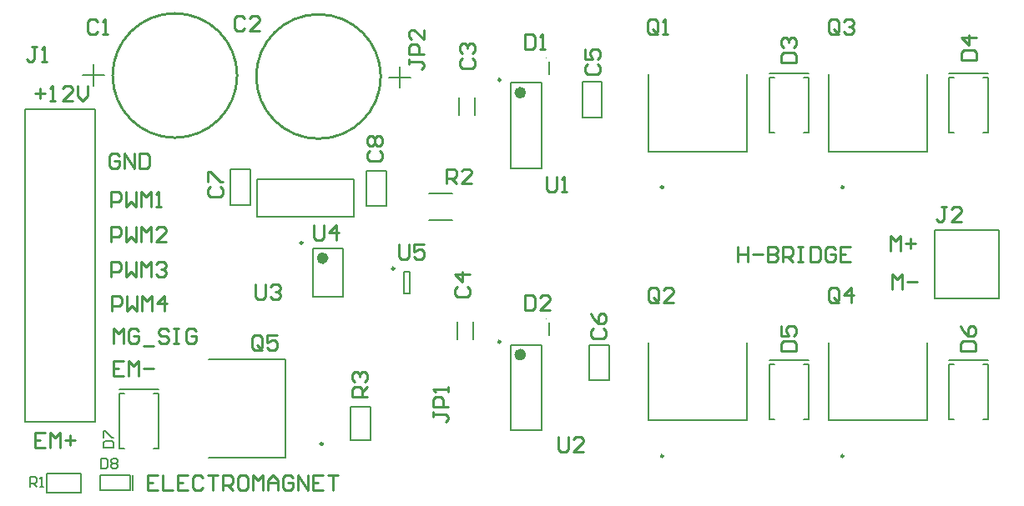
<source format=gto>
G04 Layer_Color=65535*
%FSLAX25Y25*%
%MOIN*%
G70*
G01*
G75*
%ADD26C,0.01000*%
%ADD33C,0.00984*%
%ADD34C,0.02362*%
%ADD35C,0.00394*%
%ADD36C,0.00787*%
D26*
X241148Y267717D02*
G03*
X241148Y267717I-24865J0D01*
G01*
X183778Y268110D02*
G03*
X183778Y268110I-24865J0D01*
G01*
X273742Y274865D02*
X272742Y273865D01*
Y271866D01*
X273742Y270866D01*
X277741D01*
X278740Y271866D01*
Y273865D01*
X277741Y274865D01*
X273742Y276864D02*
X272742Y277864D01*
Y279863D01*
X273742Y280863D01*
X274741D01*
X275741Y279863D01*
Y278864D01*
Y279863D01*
X276741Y280863D01*
X277741D01*
X278740Y279863D01*
Y277864D01*
X277741Y276864D01*
X262112Y133526D02*
Y131527D01*
Y132527D01*
X267111D01*
X268110Y131527D01*
Y130527D01*
X267111Y129528D01*
X268110Y135526D02*
X262112D01*
Y138525D01*
X263112Y139524D01*
X265111D01*
X266111Y138525D01*
Y135526D01*
X268110Y141524D02*
Y143523D01*
Y142523D01*
X262112D01*
X263112Y141524D01*
X445276Y182677D02*
Y188675D01*
X447275Y186676D01*
X449274Y188675D01*
Y182677D01*
X451274Y185676D02*
X455272D01*
X444882Y198031D02*
Y204030D01*
X446881Y202030D01*
X448881Y204030D01*
Y198031D01*
X450880Y201030D02*
X454879D01*
X452879Y203030D02*
Y199031D01*
X107148Y125289D02*
X103150D01*
Y119291D01*
X107148D01*
X103150Y122290D02*
X105149D01*
X109148Y119291D02*
Y125289D01*
X111147Y123290D01*
X113146Y125289D01*
Y119291D01*
X115146Y122290D02*
X119144D01*
X117145Y124290D02*
Y120291D01*
X138251Y154030D02*
X134252D01*
Y148031D01*
X138251D01*
X134252Y151031D02*
X136251D01*
X140250Y148031D02*
Y154030D01*
X142249Y152030D01*
X144249Y154030D01*
Y148031D01*
X146248Y151031D02*
X150247D01*
X134252Y161024D02*
Y167022D01*
X136251Y165022D01*
X138251Y167022D01*
Y161024D01*
X144249Y166022D02*
X143249Y167022D01*
X141250D01*
X140250Y166022D01*
Y162023D01*
X141250Y161024D01*
X143249D01*
X144249Y162023D01*
Y164023D01*
X142249D01*
X146248Y160024D02*
X150247D01*
X156245Y166022D02*
X155245Y167022D01*
X153246D01*
X152246Y166022D01*
Y165022D01*
X153246Y164023D01*
X155245D01*
X156245Y163023D01*
Y162023D01*
X155245Y161024D01*
X153246D01*
X152246Y162023D01*
X158244Y167022D02*
X160244D01*
X159244D01*
Y161024D01*
X158244D01*
X160244D01*
X167241Y166022D02*
X166242Y167022D01*
X164242D01*
X163243Y166022D01*
Y162023D01*
X164242Y161024D01*
X166242D01*
X167241Y162023D01*
Y164023D01*
X165242D01*
X103150Y260873D02*
X107148D01*
X105149Y262872D02*
Y258874D01*
X109148Y257874D02*
X111147D01*
X110147D01*
Y263872D01*
X109148Y262872D01*
X118145Y257874D02*
X114146D01*
X118145Y261873D01*
Y262872D01*
X117145Y263872D01*
X115146D01*
X114146Y262872D01*
X120144Y263872D02*
Y259873D01*
X122143Y257874D01*
X124143Y259873D01*
Y263872D01*
X136874Y235806D02*
X135874Y236806D01*
X133875D01*
X132876Y235806D01*
Y231807D01*
X133875Y230808D01*
X135874D01*
X136874Y231807D01*
Y233807D01*
X134875D01*
X138874Y230808D02*
Y236806D01*
X142872Y230808D01*
Y236806D01*
X144872D02*
Y230808D01*
X147871D01*
X148870Y231807D01*
Y235806D01*
X147871Y236806D01*
X144872D01*
X133465Y215748D02*
Y221746D01*
X136464D01*
X137463Y220746D01*
Y218747D01*
X136464Y217747D01*
X133465D01*
X139463Y221746D02*
Y215748D01*
X141462Y217747D01*
X143461Y215748D01*
Y221746D01*
X145461Y215748D02*
Y221746D01*
X147460Y219747D01*
X149459Y221746D01*
Y215748D01*
X151459D02*
X153458D01*
X152458D01*
Y221746D01*
X151459Y220746D01*
X133465Y201575D02*
Y207573D01*
X136464D01*
X137463Y206573D01*
Y204574D01*
X136464Y203574D01*
X133465D01*
X139463Y207573D02*
Y201575D01*
X141462Y203574D01*
X143461Y201575D01*
Y207573D01*
X145461Y201575D02*
Y207573D01*
X147460Y205574D01*
X149459Y207573D01*
Y201575D01*
X155457D02*
X151459D01*
X155457Y205574D01*
Y206573D01*
X154458Y207573D01*
X152458D01*
X151459Y206573D01*
X133465Y187795D02*
Y193793D01*
X136464D01*
X137463Y192794D01*
Y190794D01*
X136464Y189795D01*
X133465D01*
X139463Y193793D02*
Y187795D01*
X141462Y189795D01*
X143461Y187795D01*
Y193793D01*
X145461Y187795D02*
Y193793D01*
X147460Y191794D01*
X149459Y193793D01*
Y187795D01*
X151459Y192794D02*
X152458Y193793D01*
X154458D01*
X155457Y192794D01*
Y191794D01*
X154458Y190794D01*
X153458D01*
X154458D01*
X155457Y189795D01*
Y188795D01*
X154458Y187795D01*
X152458D01*
X151459Y188795D01*
X133858Y174016D02*
Y180014D01*
X136857D01*
X137857Y179014D01*
Y177015D01*
X136857Y176015D01*
X133858D01*
X139856Y180014D02*
Y174016D01*
X141856Y176015D01*
X143855Y174016D01*
Y180014D01*
X145854Y174016D02*
Y180014D01*
X147854Y178015D01*
X149853Y180014D01*
Y174016D01*
X154851D02*
Y180014D01*
X151852Y177015D01*
X155851D01*
X193763Y159267D02*
Y163266D01*
X192763Y164266D01*
X190763D01*
X189764Y163266D01*
Y159267D01*
X190763Y158268D01*
X192763D01*
X191763Y160267D02*
X193763Y158268D01*
X192763D02*
X193763Y159267D01*
X199760Y164266D02*
X195762D01*
Y161267D01*
X197761Y162266D01*
X198761D01*
X199760Y161267D01*
Y159267D01*
X198761Y158268D01*
X196762D01*
X195762Y159267D01*
X103605Y279620D02*
X101606D01*
X102605D01*
Y274622D01*
X101606Y273622D01*
X100606D01*
X99606Y274622D01*
X105604Y273622D02*
X107604D01*
X106604D01*
Y279620D01*
X105604Y278620D01*
X383858Y199699D02*
Y193701D01*
Y196700D01*
X387857D01*
Y199699D01*
Y193701D01*
X389856Y196700D02*
X393855D01*
X395854Y199699D02*
Y193701D01*
X398853D01*
X399853Y194701D01*
Y195700D01*
X398853Y196700D01*
X395854D01*
X398853D01*
X399853Y197699D01*
Y198699D01*
X398853Y199699D01*
X395854D01*
X401852Y193701D02*
Y199699D01*
X404851D01*
X405851Y198699D01*
Y196700D01*
X404851Y195700D01*
X401852D01*
X403852D02*
X405851Y193701D01*
X407851Y199699D02*
X409850D01*
X408850D01*
Y193701D01*
X407851D01*
X409850D01*
X412849Y199699D02*
Y193701D01*
X415848D01*
X416848Y194701D01*
Y198699D01*
X415848Y199699D01*
X412849D01*
X422846Y198699D02*
X421846Y199699D01*
X419847D01*
X418847Y198699D01*
Y194701D01*
X419847Y193701D01*
X421846D01*
X422846Y194701D01*
Y196700D01*
X420846D01*
X428844Y199699D02*
X424845D01*
Y193701D01*
X428844D01*
X424845Y196700D02*
X426844D01*
X186676Y290825D02*
X185676Y291825D01*
X183677D01*
X182677Y290825D01*
Y286826D01*
X183677Y285827D01*
X185676D01*
X186676Y286826D01*
X192674Y285827D02*
X188675D01*
X192674Y289826D01*
Y290825D01*
X191674Y291825D01*
X189675D01*
X188675Y290825D01*
X128015Y289644D02*
X127015Y290644D01*
X125015D01*
X124016Y289644D01*
Y285645D01*
X125015Y284646D01*
X127015D01*
X128015Y285645D01*
X130014Y284646D02*
X132013D01*
X131014D01*
Y290644D01*
X130014Y289644D01*
X467158Y215719D02*
X465158D01*
X466158D01*
Y210720D01*
X465158Y209720D01*
X464159D01*
X463159Y210720D01*
X473156Y209720D02*
X469157D01*
X473156Y213719D01*
Y214719D01*
X472156Y215719D01*
X470157D01*
X469157Y214719D01*
X235827Y139567D02*
X229829D01*
Y142566D01*
X230828Y143566D01*
X232828D01*
X233827Y142566D01*
Y139567D01*
Y141566D02*
X235827Y143566D01*
X230828Y145565D02*
X229829Y146565D01*
Y148564D01*
X230828Y149564D01*
X231828D01*
X232828Y148564D01*
Y147564D01*
Y148564D01*
X233827Y149564D01*
X234827D01*
X235827Y148564D01*
Y146565D01*
X234827Y145565D01*
X307480Y227652D02*
Y222653D01*
X308480Y221654D01*
X310479D01*
X311479Y222653D01*
Y227652D01*
X313478Y221654D02*
X315478D01*
X314478D01*
Y227652D01*
X313478Y226652D01*
X312205Y123715D02*
Y118716D01*
X313204Y117717D01*
X315204D01*
X316203Y118716D01*
Y123715D01*
X322201Y117717D02*
X318203D01*
X322201Y121715D01*
Y122715D01*
X321202Y123715D01*
X319202D01*
X318203Y122715D01*
X248425Y200486D02*
Y195488D01*
X249425Y194488D01*
X251424D01*
X252424Y195488D01*
Y200486D01*
X258422D02*
X254423D01*
Y197487D01*
X256423Y198487D01*
X257422D01*
X258422Y197487D01*
Y195488D01*
X257422Y194488D01*
X255423D01*
X254423Y195488D01*
X152030Y108360D02*
X148031D01*
Y102362D01*
X152030D01*
X148031Y105361D02*
X150031D01*
X154030Y108360D02*
Y102362D01*
X158028D01*
X164026Y108360D02*
X160028D01*
Y102362D01*
X164026D01*
X160028Y105361D02*
X162027D01*
X170024Y107361D02*
X169025Y108360D01*
X167025D01*
X166026Y107361D01*
Y103362D01*
X167025Y102362D01*
X169025D01*
X170024Y103362D01*
X172024Y108360D02*
X176023D01*
X174023D01*
Y102362D01*
X178022D02*
Y108360D01*
X181021D01*
X182020Y107361D01*
Y105361D01*
X181021Y104362D01*
X178022D01*
X180021D02*
X182020Y102362D01*
X187019Y108360D02*
X185020D01*
X184020Y107361D01*
Y103362D01*
X185020Y102362D01*
X187019D01*
X188019Y103362D01*
Y107361D01*
X187019Y108360D01*
X190018Y102362D02*
Y108360D01*
X192017Y106361D01*
X194017Y108360D01*
Y102362D01*
X196016D02*
Y106361D01*
X198015Y108360D01*
X200015Y106361D01*
Y102362D01*
Y105361D01*
X196016D01*
X206013Y107361D02*
X205013Y108360D01*
X203014D01*
X202014Y107361D01*
Y103362D01*
X203014Y102362D01*
X205013D01*
X206013Y103362D01*
Y105361D01*
X204013D01*
X208012Y102362D02*
Y108360D01*
X212011Y102362D01*
Y108360D01*
X218009D02*
X214010D01*
Y102362D01*
X218009D01*
X214010Y105361D02*
X216009D01*
X220008Y108360D02*
X224007D01*
X222008D01*
Y102362D01*
X472742Y157874D02*
X478740D01*
Y160873D01*
X477740Y161873D01*
X473742D01*
X472742Y160873D01*
Y157874D01*
Y167871D02*
X473742Y165871D01*
X475741Y163872D01*
X477740D01*
X478740Y164872D01*
Y166871D01*
X477740Y167871D01*
X476741D01*
X475741Y166871D01*
Y163872D01*
X401088Y157874D02*
X407087D01*
Y160873D01*
X406087Y161873D01*
X402088D01*
X401088Y160873D01*
Y157874D01*
Y167871D02*
Y163872D01*
X404088D01*
X403088Y165871D01*
Y166871D01*
X404088Y167871D01*
X406087D01*
X407087Y166871D01*
Y164872D01*
X406087Y163872D01*
X473136Y274410D02*
X479134D01*
Y277409D01*
X478134Y278408D01*
X474135D01*
X473136Y277409D01*
Y274410D01*
X479134Y283406D02*
X473136D01*
X476135Y280408D01*
Y284406D01*
X401088Y273228D02*
X407087D01*
Y276227D01*
X406087Y277227D01*
X402088D01*
X401088Y276227D01*
Y273228D01*
X402088Y279226D02*
X401088Y280226D01*
Y282225D01*
X402088Y283225D01*
X403088D01*
X404088Y282225D01*
Y281226D01*
Y282225D01*
X405087Y283225D01*
X406087D01*
X407087Y282225D01*
Y280226D01*
X406087Y279226D01*
X252270Y274471D02*
Y272472D01*
Y273471D01*
X257268D01*
X258268Y272472D01*
Y271472D01*
X257268Y270472D01*
X258268Y276470D02*
X252270D01*
Y279469D01*
X253269Y280469D01*
X255269D01*
X256268Y279469D01*
Y276470D01*
X258268Y286467D02*
Y282469D01*
X254269Y286467D01*
X253269D01*
X252270Y285468D01*
Y283468D01*
X253269Y282469D01*
X323742Y272503D02*
X322742Y271503D01*
Y269504D01*
X323742Y268504D01*
X327741D01*
X328740Y269504D01*
Y271503D01*
X327741Y272503D01*
X322742Y278501D02*
Y274502D01*
X325741D01*
X324741Y276501D01*
Y277501D01*
X325741Y278501D01*
X327741D01*
X328740Y277501D01*
Y275502D01*
X327741Y274502D01*
X326104Y166991D02*
X325104Y165991D01*
Y163992D01*
X326104Y162992D01*
X330103D01*
X331102Y163992D01*
Y165991D01*
X330103Y166991D01*
X325104Y172989D02*
X326104Y170990D01*
X328103Y168990D01*
X330103D01*
X331102Y169990D01*
Y171989D01*
X330103Y172989D01*
X329103D01*
X328103Y171989D01*
Y168990D01*
X271773Y183526D02*
X270774Y182527D01*
Y180527D01*
X271773Y179528D01*
X275772D01*
X276772Y180527D01*
Y182527D01*
X275772Y183526D01*
X276772Y188525D02*
X270774D01*
X273773Y185526D01*
Y189524D01*
X214488Y208360D02*
Y203362D01*
X215488Y202362D01*
X217487D01*
X218487Y203362D01*
Y208360D01*
X223485Y202362D02*
Y208360D01*
X220486Y205361D01*
X224485D01*
X267323Y224803D02*
Y230801D01*
X270322D01*
X271322Y229802D01*
Y227802D01*
X270322Y226802D01*
X267323D01*
X269322D02*
X271322Y224803D01*
X277320D02*
X273321D01*
X277320Y228802D01*
Y229802D01*
X276320Y230801D01*
X274321D01*
X273321Y229802D01*
X190945Y184738D02*
Y179740D01*
X191945Y178740D01*
X193944D01*
X194944Y179740D01*
Y184738D01*
X196943Y183739D02*
X197943Y184738D01*
X199942D01*
X200942Y183739D01*
Y182739D01*
X199942Y181739D01*
X198942D01*
X199942D01*
X200942Y180739D01*
Y179740D01*
X199942Y178740D01*
X197943D01*
X196943Y179740D01*
X236734Y237857D02*
X235734Y236857D01*
Y234858D01*
X236734Y233858D01*
X240733D01*
X241732Y234858D01*
Y236857D01*
X240733Y237857D01*
X236734Y239856D02*
X235734Y240856D01*
Y242855D01*
X236734Y243855D01*
X237734D01*
X238733Y242855D01*
X239733Y243855D01*
X240733D01*
X241732Y242855D01*
Y240856D01*
X240733Y239856D01*
X239733D01*
X238733Y240856D01*
X237734Y239856D01*
X236734D01*
X238733Y240856D02*
Y242855D01*
X172954Y223684D02*
X171955Y222684D01*
Y220685D01*
X172954Y219685D01*
X176953D01*
X177953Y220685D01*
Y222684D01*
X176953Y223684D01*
X171955Y225683D02*
Y229682D01*
X172954D01*
X176953Y225683D01*
X177953D01*
X298806Y284608D02*
Y278610D01*
X301805D01*
X302805Y279609D01*
Y283608D01*
X301805Y284608D01*
X298806D01*
X304804Y278610D02*
X306803D01*
X305804D01*
Y284608D01*
X304804Y283608D01*
X298806Y180277D02*
Y174279D01*
X301805D01*
X302805Y175279D01*
Y179278D01*
X301805Y180277D01*
X298806D01*
X308803Y174279D02*
X304804D01*
X308803Y178278D01*
Y179278D01*
X307803Y180277D01*
X305804D01*
X304804Y179278D01*
X424025Y285766D02*
Y289764D01*
X423025Y290764D01*
X421026D01*
X420026Y289764D01*
Y285766D01*
X421026Y284766D01*
X423025D01*
X422025Y286766D02*
X424025Y284766D01*
X423025D02*
X424025Y285766D01*
X426024Y289764D02*
X427024Y290764D01*
X429023D01*
X430023Y289764D01*
Y288765D01*
X429023Y287765D01*
X428023D01*
X429023D01*
X430023Y286766D01*
Y285766D01*
X429023Y284766D01*
X427024D01*
X426024Y285766D01*
X351900Y285800D02*
Y289798D01*
X350900Y290798D01*
X348901D01*
X347901Y289798D01*
Y285800D01*
X348901Y284800D01*
X350900D01*
X349900Y286799D02*
X351900Y284800D01*
X350900D02*
X351900Y285800D01*
X353899Y284800D02*
X355898D01*
X354899D01*
Y290798D01*
X353899Y289798D01*
X424013Y178301D02*
Y182300D01*
X423013Y183299D01*
X421013D01*
X420014Y182300D01*
Y178301D01*
X421013Y177301D01*
X423013D01*
X422013Y179300D02*
X424013Y177301D01*
X423013D02*
X424013Y178301D01*
X429011Y177301D02*
Y183299D01*
X426012Y180300D01*
X430011D01*
X351955Y178328D02*
Y182327D01*
X350956Y183326D01*
X348956D01*
X347957Y182327D01*
Y178328D01*
X348956Y177328D01*
X350956D01*
X349956Y179328D02*
X351955Y177328D01*
X350956D02*
X351955Y178328D01*
X357954Y177328D02*
X353955D01*
X357954Y181327D01*
Y182327D01*
X356954Y183326D01*
X354954D01*
X353955Y182327D01*
D33*
X218012Y120807D02*
G03*
X218012Y120807I-492J0D01*
G01*
X288976Y266378D02*
G03*
X288976Y266378I-492J0D01*
G01*
Y161653D02*
G03*
X288976Y161653I-492J0D01*
G01*
X246555Y190945D02*
G03*
X246555Y190945I-492J0D01*
G01*
X209941Y201171D02*
G03*
X209941Y201171I-492J0D01*
G01*
X426024Y223425D02*
G03*
X426024Y223425I-492J0D01*
G01*
X353976D02*
G03*
X353976Y223425I-492J0D01*
G01*
X426024Y115945D02*
G03*
X426024Y115945I-492J0D01*
G01*
X353976Y115945D02*
G03*
X353976Y115945I-492J0D01*
G01*
D34*
X298031Y261221D02*
G03*
X298031Y261221I-1181J0D01*
G01*
Y156496D02*
G03*
X298031Y156496I-1181J0D01*
G01*
X219094Y195079D02*
G03*
X219094Y195079I-1181J0D01*
G01*
D35*
X307453Y275260D02*
G03*
X307453Y275260I-197J0D01*
G01*
Y170929D02*
G03*
X307453Y170929I-197J0D01*
G01*
D36*
X272402Y252362D02*
Y259449D01*
X278780Y252362D02*
Y259449D01*
X172244Y115354D02*
X203150D01*
Y154724D01*
X172244D02*
X203150D01*
X127205Y129638D02*
Y254638D01*
X99205Y129638D02*
Y254638D01*
X127205D01*
X99205Y129638D02*
X127205D01*
X248783Y263216D02*
Y271716D01*
X244533Y267466D02*
X253033D01*
X126413Y264110D02*
Y272610D01*
X122163Y268360D02*
X130663D01*
X107874Y109055D02*
X121260D01*
X107874Y101181D02*
Y109055D01*
Y101181D02*
X121260D01*
Y109055D01*
X150295Y140945D02*
X152362D01*
X150295Y118898D02*
X152362D01*
X136614Y140945D02*
X138681D01*
X136614Y118898D02*
X138681D01*
X152362D02*
Y140945D01*
X136614Y118898D02*
Y140945D01*
X136614Y142520D02*
X152362D01*
X462559Y178827D02*
X488059D01*
X462559Y206327D02*
X488059D01*
X462559Y178827D02*
Y206327D01*
X488059Y178827D02*
Y206327D01*
X229134Y122244D02*
Y135630D01*
Y122244D02*
X237008D01*
Y135630D01*
X229134D02*
X237008D01*
X292913Y230906D02*
Y265158D01*
X305512Y230906D02*
Y265158D01*
X292913D02*
X305512D01*
X292913Y230906D02*
X305512D01*
X292913Y126181D02*
Y160433D01*
X305512Y126181D02*
Y160433D01*
X292913D02*
X305512D01*
X292913Y126181D02*
X305512D01*
X250394Y181102D02*
Y189764D01*
X252756Y181102D02*
Y189764D01*
X250394D02*
X252756D01*
X250394Y181102D02*
X252756D01*
X129134Y102362D02*
X140945D01*
Y108268D01*
X129134D02*
X140945D01*
X129134Y102362D02*
Y108268D01*
X142126Y102362D02*
Y108268D01*
X468110Y154331D02*
X483858D01*
X468110Y130709D02*
Y152756D01*
X483858Y130709D02*
Y152756D01*
X468110Y130709D02*
X470177D01*
X468110Y152756D02*
X470177D01*
X481791Y130709D02*
X483858D01*
X481791Y152756D02*
X483858D01*
X396457Y154331D02*
X412205D01*
X396457Y130709D02*
Y152756D01*
X412205Y130709D02*
Y152756D01*
X396457Y130709D02*
X398524D01*
X396457Y152756D02*
X398524D01*
X410138Y130709D02*
X412205D01*
X410138Y152756D02*
X412205D01*
X468110Y268898D02*
X483858D01*
X468110Y245276D02*
Y267323D01*
X483858Y245276D02*
Y267323D01*
X468110Y245276D02*
X470177D01*
X468110Y267323D02*
X470177D01*
X481791Y245276D02*
X483858D01*
X481791Y267323D02*
X483858D01*
X396457Y268898D02*
X412205D01*
X396457Y245276D02*
Y267323D01*
X412205Y245276D02*
Y267323D01*
X396457Y245276D02*
X398524D01*
X396457Y267323D02*
X398524D01*
X410138Y245276D02*
X412205D01*
X410138Y267323D02*
X412205D01*
X329528Y251378D02*
Y265551D01*
X321654D02*
X329528D01*
X321654Y251378D02*
Y265551D01*
Y251378D02*
X329528D01*
X332283Y146260D02*
Y160433D01*
X324410D02*
X332283D01*
X324410Y146260D02*
Y160433D01*
Y146260D02*
X332283D01*
X277992Y162598D02*
Y169685D01*
X271614Y162598D02*
Y169685D01*
X191760Y226791D02*
X230260D01*
Y211791D02*
Y226791D01*
X191760Y211791D02*
X230260D01*
X191760D02*
Y226791D01*
X260236Y210394D02*
X269685D01*
X260236Y221102D02*
X269685D01*
X213976Y179724D02*
Y199016D01*
X226181Y179724D02*
Y199016D01*
X213976D02*
X226181D01*
X213976Y179724D02*
X226181D01*
X235433Y215945D02*
Y230118D01*
Y215945D02*
X243307D01*
Y230118D01*
X235433D02*
X243307D01*
X181102Y216339D02*
Y230512D01*
Y216339D02*
X188976D01*
Y230512D01*
X181102D02*
X188976D01*
X308256Y268760D02*
Y273760D01*
Y164429D02*
Y169429D01*
X420079Y237795D02*
Y268701D01*
Y237795D02*
X459449D01*
Y268701D01*
X348031Y237795D02*
Y268701D01*
Y237795D02*
X387402D01*
Y268701D01*
X420079Y130315D02*
Y161221D01*
Y130315D02*
X459449D01*
Y161221D01*
X348031Y130315D02*
Y161221D01*
Y130315D02*
X387402D01*
Y161221D01*
X101181Y103543D02*
Y107479D01*
X103149D01*
X103805Y106823D01*
Y105511D01*
X103149Y104855D01*
X101181D01*
X102493D02*
X103805Y103543D01*
X105117D02*
X106429D01*
X105773D01*
Y107479D01*
X105117Y106823D01*
X130316Y119291D02*
X134252D01*
Y121259D01*
X133596Y121915D01*
X130972D01*
X130316Y121259D01*
Y119291D01*
Y123227D02*
Y125851D01*
X130972D01*
X133596Y123227D01*
X134252D01*
X129528Y114959D02*
Y111024D01*
X131495D01*
X132151Y111680D01*
Y114303D01*
X131495Y114959D01*
X129528D01*
X133463Y114303D02*
X134119Y114959D01*
X135431D01*
X136087Y114303D01*
Y113647D01*
X135431Y112991D01*
X136087Y112336D01*
Y111680D01*
X135431Y111024D01*
X134119D01*
X133463Y111680D01*
Y112336D01*
X134119Y112991D01*
X133463Y113647D01*
Y114303D01*
X134119Y112991D02*
X135431D01*
M02*

</source>
